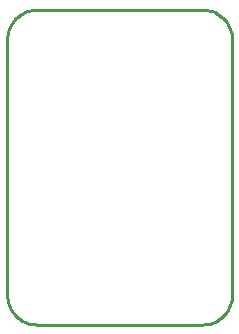
<source format=gbr>
G04 EAGLE Gerber RS-274X export*
G75*
%MOMM*%
%FSLAX34Y34*%
%LPD*%
%IN*%
%IPPOS*%
%AMOC8*
5,1,8,0,0,1.08239X$1,22.5*%
G01*
%ADD10C,0.254000*%


D10*
X0Y25400D02*
X97Y23186D01*
X386Y20989D01*
X865Y18826D01*
X1532Y16713D01*
X2380Y14666D01*
X3403Y12700D01*
X4594Y10831D01*
X5942Y9073D01*
X7440Y7440D01*
X9073Y5942D01*
X10831Y4594D01*
X12700Y3403D01*
X14666Y2380D01*
X16713Y1532D01*
X18826Y865D01*
X20989Y386D01*
X23186Y97D01*
X25400Y0D01*
X165100Y0D01*
X167314Y97D01*
X169511Y386D01*
X171674Y865D01*
X173787Y1532D01*
X175835Y2380D01*
X177800Y3403D01*
X179669Y4594D01*
X181427Y5942D01*
X183061Y7440D01*
X184558Y9073D01*
X185906Y10831D01*
X187097Y12700D01*
X188120Y14666D01*
X188968Y16713D01*
X189635Y18826D01*
X190114Y20989D01*
X190403Y23186D01*
X190500Y25400D01*
X190500Y241300D01*
X190403Y243514D01*
X190114Y245711D01*
X189635Y247874D01*
X188968Y249987D01*
X188120Y252035D01*
X187097Y254000D01*
X185906Y255869D01*
X184558Y257627D01*
X183061Y259261D01*
X181427Y260758D01*
X179669Y262106D01*
X177800Y263297D01*
X175835Y264320D01*
X173787Y265168D01*
X171674Y265835D01*
X169511Y266314D01*
X167314Y266603D01*
X165100Y266700D01*
X25400Y266700D01*
X23186Y266603D01*
X20989Y266314D01*
X18826Y265835D01*
X16713Y265168D01*
X14666Y264320D01*
X12700Y263297D01*
X10831Y262106D01*
X9073Y260758D01*
X7440Y259261D01*
X5942Y257627D01*
X4594Y255869D01*
X3403Y254000D01*
X2380Y252035D01*
X1532Y249987D01*
X865Y247874D01*
X386Y245711D01*
X97Y243514D01*
X0Y241300D01*
X0Y25400D01*
M02*

</source>
